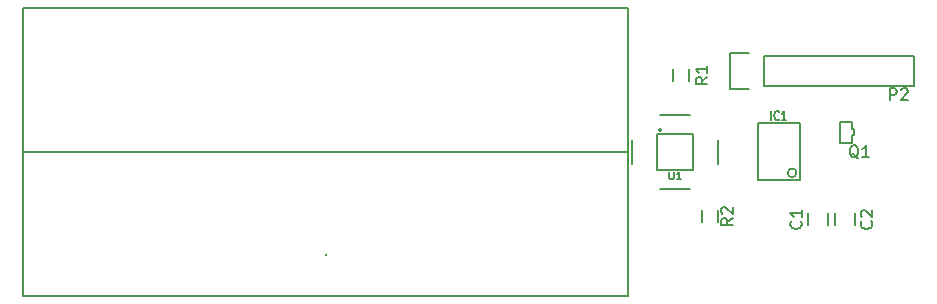
<source format=gto>
%FSLAX46Y46*%
G04 Gerber Fmt 4.6, Leading zero omitted, Abs format (unit mm)*
G04 Created by KiCad (PCBNEW (2014-jul-16 BZR unknown)-product) date Thu 26 Feb 2015 11:02:22 PM EST*
%MOMM*%
G01*
G04 APERTURE LIST*
%ADD10C,0.100000*%
%ADD11C,0.150000*%
%ADD12C,0.203200*%
%ADD13C,0.158750*%
%ADD14C,0.160020*%
G04 APERTURE END LIST*
D10*
D11*
X183300000Y-82685000D02*
X183300000Y-83685000D01*
X185000000Y-83685000D02*
X185000000Y-82685000D01*
X185586000Y-82685000D02*
X185586000Y-83685000D01*
X187286000Y-83685000D02*
X187286000Y-82685000D01*
D12*
X179070000Y-79883000D02*
X179070000Y-75057000D01*
X179070000Y-75057000D02*
X182626000Y-75057000D01*
X182626000Y-75057000D02*
X182626000Y-79883000D01*
X182626000Y-79883000D02*
X179070000Y-79883000D01*
X182372000Y-79248000D02*
G75*
G03X182372000Y-79248000I-381000J0D01*
G74*
G01*
D11*
X168097200Y-77470000D02*
X168097200Y-65278000D01*
X168097200Y-65278000D02*
X162153600Y-65278000D01*
X116890800Y-77470000D02*
X116890800Y-65278000D01*
X116890800Y-65278000D02*
X162153600Y-65278000D01*
X116890800Y-77470000D02*
X116890800Y-89662000D01*
X116890800Y-89662000D02*
X162179000Y-89662000D01*
X163169600Y-89662000D02*
X168097200Y-89662000D01*
X168097200Y-77470000D02*
X168097200Y-89636600D01*
X142494000Y-77470000D02*
X116890800Y-77470000D01*
X116890800Y-77470000D02*
X116890800Y-77241400D01*
X142494000Y-77470000D02*
X168097200Y-77470000D01*
X162179000Y-89662000D02*
X163195000Y-89662000D01*
X142494000Y-86106000D02*
X142494000Y-86233000D01*
X166370000Y-77470000D02*
X142494000Y-77470000D01*
X187071000Y-75565000D02*
X187071000Y-74930000D01*
X187071000Y-74930000D02*
X186055000Y-74930000D01*
X186055000Y-76708000D02*
X187071000Y-76708000D01*
X187071000Y-76708000D02*
X187071000Y-76073000D01*
X187198000Y-75565000D02*
X187071000Y-75565000D01*
X187071000Y-76073000D02*
X187198000Y-76073000D01*
X186055000Y-74930000D02*
X186055000Y-76708000D01*
X187198000Y-76073000D02*
X187198000Y-75565000D01*
X171918000Y-71493000D02*
X171918000Y-70493000D01*
X173268000Y-70493000D02*
X173268000Y-71493000D01*
X175681000Y-82431000D02*
X175681000Y-83431000D01*
X174331000Y-83431000D02*
X174331000Y-82431000D01*
X173325000Y-74320000D02*
X170825000Y-74320000D01*
X173325000Y-80620000D02*
X170825000Y-80620000D01*
X168435000Y-76470000D02*
X168435000Y-78470000D01*
X175735000Y-76470000D02*
X175735000Y-78470000D01*
X170958178Y-75620000D02*
G75*
G03X170958178Y-75620000I-143178J0D01*
G74*
G01*
X173585000Y-75970000D02*
X173585000Y-78970000D01*
X173585000Y-78970000D02*
X170585000Y-78970000D01*
X170585000Y-78970000D02*
X170585000Y-75970000D01*
X170585000Y-75970000D02*
X173585000Y-75970000D01*
X179578000Y-69342000D02*
X192278000Y-69342000D01*
X192278000Y-69342000D02*
X192278000Y-71882000D01*
X192278000Y-71882000D02*
X179578000Y-71882000D01*
X176758000Y-69062000D02*
X178308000Y-69062000D01*
X179578000Y-69342000D02*
X179578000Y-71882000D01*
X178308000Y-72162000D02*
X176758000Y-72162000D01*
X176758000Y-72162000D02*
X176758000Y-69062000D01*
X182729143Y-83351666D02*
X182776762Y-83399285D01*
X182824381Y-83542142D01*
X182824381Y-83637380D01*
X182776762Y-83780238D01*
X182681524Y-83875476D01*
X182586286Y-83923095D01*
X182395810Y-83970714D01*
X182252952Y-83970714D01*
X182062476Y-83923095D01*
X181967238Y-83875476D01*
X181872000Y-83780238D01*
X181824381Y-83637380D01*
X181824381Y-83542142D01*
X181872000Y-83399285D01*
X181919619Y-83351666D01*
X182824381Y-82399285D02*
X182824381Y-82970714D01*
X182824381Y-82685000D02*
X181824381Y-82685000D01*
X181967238Y-82780238D01*
X182062476Y-82875476D01*
X182110095Y-82970714D01*
X188698143Y-83351666D02*
X188745762Y-83399285D01*
X188793381Y-83542142D01*
X188793381Y-83637380D01*
X188745762Y-83780238D01*
X188650524Y-83875476D01*
X188555286Y-83923095D01*
X188364810Y-83970714D01*
X188221952Y-83970714D01*
X188031476Y-83923095D01*
X187936238Y-83875476D01*
X187841000Y-83780238D01*
X187793381Y-83637380D01*
X187793381Y-83542142D01*
X187841000Y-83399285D01*
X187888619Y-83351666D01*
X187888619Y-82970714D02*
X187841000Y-82923095D01*
X187793381Y-82827857D01*
X187793381Y-82589761D01*
X187841000Y-82494523D01*
X187888619Y-82446904D01*
X187983857Y-82399285D01*
X188079095Y-82399285D01*
X188221952Y-82446904D01*
X188793381Y-83018333D01*
X188793381Y-82399285D01*
D13*
X180228119Y-74766714D02*
X180228119Y-74004714D01*
X180893358Y-74694143D02*
X180863120Y-74730429D01*
X180772405Y-74766714D01*
X180711929Y-74766714D01*
X180621215Y-74730429D01*
X180560739Y-74657857D01*
X180530500Y-74585286D01*
X180500262Y-74440143D01*
X180500262Y-74331286D01*
X180530500Y-74186143D01*
X180560739Y-74113571D01*
X180621215Y-74041000D01*
X180711929Y-74004714D01*
X180772405Y-74004714D01*
X180863120Y-74041000D01*
X180893358Y-74077286D01*
X181498120Y-74766714D02*
X181135262Y-74766714D01*
X181316691Y-74766714D02*
X181316691Y-74004714D01*
X181256215Y-74113571D01*
X181195739Y-74186143D01*
X181135262Y-74222429D01*
D14*
D11*
X187610762Y-78017619D02*
X187515524Y-77970000D01*
X187420286Y-77874762D01*
X187277429Y-77731905D01*
X187182190Y-77684286D01*
X187086952Y-77684286D01*
X187134571Y-77922381D02*
X187039333Y-77874762D01*
X186944095Y-77779524D01*
X186896476Y-77589048D01*
X186896476Y-77255714D01*
X186944095Y-77065238D01*
X187039333Y-76970000D01*
X187134571Y-76922381D01*
X187325048Y-76922381D01*
X187420286Y-76970000D01*
X187515524Y-77065238D01*
X187563143Y-77255714D01*
X187563143Y-77589048D01*
X187515524Y-77779524D01*
X187420286Y-77874762D01*
X187325048Y-77922381D01*
X187134571Y-77922381D01*
X188515524Y-77922381D02*
X187944095Y-77922381D01*
X188229809Y-77922381D02*
X188229809Y-76922381D01*
X188134571Y-77065238D01*
X188039333Y-77160476D01*
X187944095Y-77208095D01*
X174823381Y-71159666D02*
X174347190Y-71493000D01*
X174823381Y-71731095D02*
X173823381Y-71731095D01*
X173823381Y-71350142D01*
X173871000Y-71254904D01*
X173918619Y-71207285D01*
X174013857Y-71159666D01*
X174156714Y-71159666D01*
X174251952Y-71207285D01*
X174299571Y-71254904D01*
X174347190Y-71350142D01*
X174347190Y-71731095D01*
X174823381Y-70207285D02*
X174823381Y-70778714D01*
X174823381Y-70493000D02*
X173823381Y-70493000D01*
X173966238Y-70588238D01*
X174061476Y-70683476D01*
X174109095Y-70778714D01*
X176982381Y-83097666D02*
X176506190Y-83431000D01*
X176982381Y-83669095D02*
X175982381Y-83669095D01*
X175982381Y-83288142D01*
X176030000Y-83192904D01*
X176077619Y-83145285D01*
X176172857Y-83097666D01*
X176315714Y-83097666D01*
X176410952Y-83145285D01*
X176458571Y-83192904D01*
X176506190Y-83288142D01*
X176506190Y-83669095D01*
X176077619Y-82716714D02*
X176030000Y-82669095D01*
X175982381Y-82573857D01*
X175982381Y-82335761D01*
X176030000Y-82240523D01*
X176077619Y-82192904D01*
X176172857Y-82145285D01*
X176268095Y-82145285D01*
X176410952Y-82192904D01*
X176982381Y-82764333D01*
X176982381Y-82145285D01*
X171601190Y-79154262D02*
X171601190Y-79668310D01*
X171631429Y-79728786D01*
X171661667Y-79759024D01*
X171722143Y-79789262D01*
X171843095Y-79789262D01*
X171903571Y-79759024D01*
X171933810Y-79728786D01*
X171964048Y-79668310D01*
X171964048Y-79154262D01*
X172599048Y-79789262D02*
X172236190Y-79789262D01*
X172417619Y-79789262D02*
X172417619Y-79154262D01*
X172357143Y-79244976D01*
X172296667Y-79305452D01*
X172236190Y-79335690D01*
X190269905Y-73096381D02*
X190269905Y-72096381D01*
X190650858Y-72096381D01*
X190746096Y-72144000D01*
X190793715Y-72191619D01*
X190841334Y-72286857D01*
X190841334Y-72429714D01*
X190793715Y-72524952D01*
X190746096Y-72572571D01*
X190650858Y-72620190D01*
X190269905Y-72620190D01*
X191222286Y-72191619D02*
X191269905Y-72144000D01*
X191365143Y-72096381D01*
X191603239Y-72096381D01*
X191698477Y-72144000D01*
X191746096Y-72191619D01*
X191793715Y-72286857D01*
X191793715Y-72382095D01*
X191746096Y-72524952D01*
X191174667Y-73096381D01*
X191793715Y-73096381D01*
M02*

</source>
